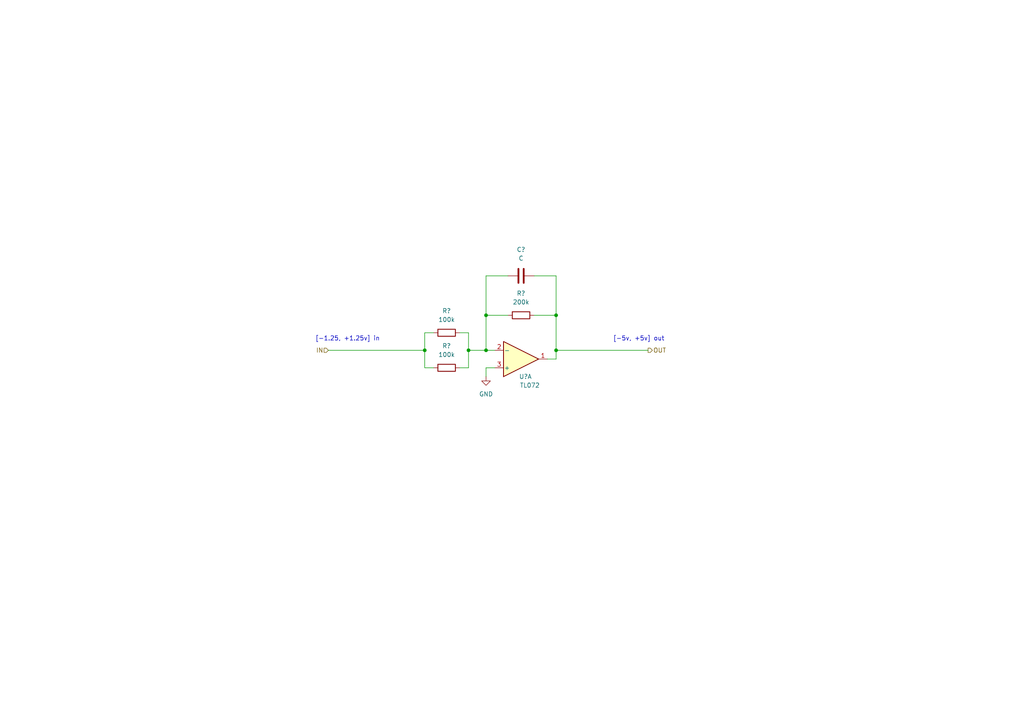
<source format=kicad_sch>
(kicad_sch (version 20211123) (generator eeschema)
  (paper "A4")
  (lib_symbols
    (symbol "Amplifier_Operational:TL072" (pin_names (offset 0.127))
      (property "Reference" "U" (at 0 5.08 0))
      (property "Value" "TL072" (at 0 -5.08 0))
      (symbol "TL072_1_1"
        (polyline (pts (xy -5.08 5.08) (xy 5.08 0) (xy -5.08 -5.08) (xy -5.08 5.08)) (stroke (width 0.254)) (fill (type background)))
        (pin output line (at 7.62 0 180) (length 2.54) (name "~") (number "1"))
        (pin input line (at -7.62 -2.54 0) (length 2.54) (name "-") (number "2"))
        (pin input line (at -7.62 2.54 0) (length 2.54) (name "+") (number "3"))
      )
      (symbol "TL072_2_1"
        (polyline (pts (xy -5.08 5.08) (xy 5.08 0) (xy -5.08 -5.08) (xy -5.08 5.08)) (stroke (width 0.254)) (fill (type background)))
        (pin input line (at -7.62 2.54 0) (length 2.54) (name "+") (number "5"))
        (pin input line (at -7.62 -2.54 0) (length 2.54) (name "-") (number "6"))
        (pin output line (at 7.62 0 180) (length 2.54) (name "~") (number "7"))
      )
      (symbol "TL072_3_1"
        (pin power_in line (at -2.54 -7.62 90) (length 3.81) (name "V-") (number "4"))
        (pin power_in line (at -2.54 7.62 270) (length 3.81) (name "V+") (number "8"))
      )
    )
    (symbol "Device:C" (pin_numbers hide) (pin_names (offset 0.254))
      (property "Reference" "C" (at 0.635 2.54 0))
      (property "Value" "C" (at 0.635 -2.54 0))
      (symbol "C_0_1"
        (polyline (pts (xy -2.032 -0.762) (xy 2.032 -0.762)) (stroke (width 0.508)))
        (polyline (pts (xy -2.032 0.762) (xy 2.032 0.762)) (stroke (width 0.508)))
      )
      (symbol "C_1_1"
        (pin passive line (at 0 3.81 270) (length 2.794) (name "~") (number "1"))
        (pin passive line (at 0 -3.81 90) (length 2.794) (name "~") (number "2"))
      )
    )
    (symbol "Device:R" (pin_numbers hide) (pin_names (offset 0))
      (property "Reference" "R" (at 2.032 0 90))
      (property "Value" "R" (at 0 0 90))
      (symbol "R_0_1"
        (rectangle (start -1.016 -2.54) (end 1.016 2.54) (stroke (width 0.254)))
      )
      (symbol "R_1_1"
        (pin passive line (at 0 3.81 270) (length 1.27) (name "~") (number "1"))
        (pin passive line (at 0 -3.81 90) (length 1.27) (name "~") (number "2"))
      )
    )
    (symbol "power:GND" (power) (pin_names (offset 0))
      (property "Value" "GND" (at 0 -3.81 0))
      (symbol "GND_0_1"
        (polyline (pts (xy 0 0) (xy 0 -1.27) (xy 1.27 -1.27) (xy 0 -2.54) (xy -1.27 -1.27) (xy 0 -1.27)))
      )
      (symbol "GND_1_1"
        (pin power_in line (at 0 0 270) (length 0) hide (name "GND") (number "1"))
      )
    )
  )
  (junction (at 161.29 101.6))
  (junction (at 161.29 91.44))
  (junction (at 135.89 101.6))
  (junction (at 123.19 101.6))
  (junction (at 140.97 101.6))
  (junction (at 140.97 91.44))
  (wire (pts (xy 135.89 96.52) (xy 135.89 101.6)))
  (wire (pts (xy 161.29 101.6) (xy 161.29 104.14)))
  (wire (pts (xy 161.29 91.44) (xy 161.29 101.6)))
  (wire (pts (xy 135.89 101.6) (xy 140.97 101.6)))
  (wire (pts (xy 158.75 104.14) (xy 161.29 104.14)))
  (wire (pts (xy 147.32 80.01) (xy 140.97 80.01)))
  (wire (pts (xy 140.97 109.22) (xy 140.97 106.68)))
  (wire (pts (xy 140.97 101.6) (xy 143.51 101.6)))
  (wire (pts (xy 123.19 101.6) (xy 123.19 96.52)))
  (wire (pts (xy 140.97 80.01) (xy 140.97 91.44)))
  (wire (pts (xy 154.94 80.01) (xy 161.29 80.01)))
  (wire (pts (xy 161.29 80.01) (xy 161.29 91.44)))
  (wire (pts (xy 140.97 106.68) (xy 143.51 106.68)))
  (wire (pts (xy 133.35 106.68) (xy 135.89 106.68)))
  (wire (pts (xy 95.25 101.6) (xy 123.19 101.6)))
  (wire (pts (xy 140.97 101.6) (xy 140.97 91.44)))
  (wire (pts (xy 161.29 91.44) (xy 154.94 91.44)))
  (wire (pts (xy 135.89 101.6) (xy 135.89 106.68)))
  (wire (pts (xy 161.29 101.6) (xy 187.96 101.6)))
  (wire (pts (xy 140.97 91.44) (xy 147.32 91.44)))
  (wire (pts (xy 125.73 106.68) (xy 123.19 106.68)))
  (wire (pts (xy 133.35 96.52) (xy 135.89 96.52)))
  (wire (pts (xy 123.19 96.52) (xy 125.73 96.52)))
  (wire (pts (xy 123.19 106.68) (xy 123.19 101.6)))
  (text "[-1.25, +1.25v] in" (at 91.44 99.06 0) (effects (font (size 1.27 1.27)) (justify left bottom)))
  (text "[-5v, +5v] out" (at 177.8 99.06 0) (effects (font (size 1.27 1.27)) (justify left bottom)))
  (hierarchical_label "IN" (shape input) (at 95.25 101.6 180))
  (hierarchical_label "OUT" (shape output) (at 187.96 101.6 0))
  (symbol (lib_id "power:GND") (at 140.97 109.22 0) (unit 1)
    (property "Reference" "#PWR?" (effects hide))
    (property "Value" "GND" (at 140.97 114.3 0))
  )
  (symbol (lib_id "Amplifier_Operational:TL072") (at 151.13 104.14 0) (mirror x) (unit 1)
    (property "Reference" "U?" (at 152.4 109.22 0))
    (property "Value" "TL072" (at 153.67 111.76 0))
    (property "Datasheet" "http://www.ti.com/lit/ds/symlink/tl071.pdf" (effects hide))
  )
  (symbol (lib_id "Device:R") (at 129.54 96.52 90) (unit 1)
    (property "Reference" "R?" (at 129.54 90.17 90))
    (property "Value" "100k" (at 129.54 92.71 90))
  )
  (symbol (lib_id "Device:C") (at 151.13 80.01 90) (unit 1)
    (property "Reference" "C?" (at 151.13 72.39 90))
    (property "Value" "C" (at 151.13 74.93 90))
  )
  (symbol (lib_id "Device:R") (at 129.54 106.68 90) (unit 1)
    (property "Reference" "R?" (at 129.54 100.33 90))
    (property "Value" "100k" (at 129.54 102.87 90))
  )
  (symbol (lib_id "Device:R") (at 151.13 91.44 90) (unit 1)
    (property "Reference" "R?" (at 151.13 85.09 90))
    (property "Value" "200k" (at 151.13 87.63 90))
  )
)
</source>
